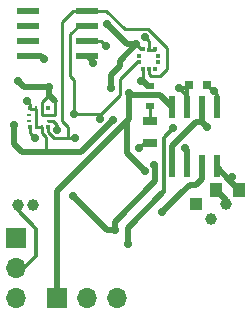
<source format=gtl>
G04 #@! TF.FileFunction,Copper,L1,Top,Signal*
%FSLAX46Y46*%
G04 Gerber Fmt 4.6, Leading zero omitted, Abs format (unit mm)*
G04 Created by KiCad (PCBNEW 4.0.7) date 02/03/18 21:49:53*
%MOMM*%
%LPD*%
G01*
G04 APERTURE LIST*
%ADD10C,0.100000*%
%ADD11R,0.300000X0.400000*%
%ADD12R,0.250000X0.400000*%
%ADD13R,0.400000X0.250000*%
%ADD14R,0.800000X0.600000*%
%ADD15R,0.400000X0.300000*%
%ADD16R,1.300000X0.700000*%
%ADD17R,1.970000X0.600000*%
%ADD18R,1.000000X1.250000*%
%ADD19R,0.800000X0.750000*%
%ADD20R,1.700000X1.700000*%
%ADD21O,1.700000X1.700000*%
%ADD22C,1.000000*%
%ADD23R,1.000000X1.000000*%
%ADD24R,0.600000X1.970000*%
%ADD25C,0.700000*%
%ADD26C,0.250000*%
%ADD27C,0.500000*%
%ADD28C,0.300000*%
G04 APERTURE END LIST*
D10*
D11*
X16213400Y-28953800D03*
D12*
X16753400Y-28948800D03*
X17253400Y-28948800D03*
D11*
X17793400Y-28953800D03*
D13*
X17833400Y-28403800D03*
X17833400Y-27903800D03*
D11*
X17793400Y-27353800D03*
D12*
X17253400Y-27358800D03*
X16753400Y-27358800D03*
D11*
X16213400Y-27353800D03*
D13*
X16173400Y-27903800D03*
X16173400Y-28403800D03*
D14*
X26390000Y-27140000D03*
X26390000Y-25440000D03*
D11*
X25790000Y-24010000D03*
X26300000Y-24000000D03*
X26810000Y-24010000D03*
D15*
X27100000Y-22940000D03*
X27100000Y-23450000D03*
D11*
X26810000Y-22380000D03*
X26300000Y-22400000D03*
X25790000Y-22380000D03*
D15*
X25500000Y-23450000D03*
X25500000Y-22940000D03*
D16*
X26433600Y-28435200D03*
X26433600Y-30335200D03*
D17*
X21065000Y-22915000D03*
X21065000Y-21645000D03*
X21065000Y-20375000D03*
X21065000Y-19105000D03*
X16115000Y-19105000D03*
X16115000Y-20375000D03*
X16115000Y-21645000D03*
X16115000Y-22915000D03*
D18*
X33963600Y-34265200D03*
X31963600Y-34265200D03*
D19*
X31213600Y-25365200D03*
X29713600Y-25365200D03*
D20*
X15063600Y-38365200D03*
D21*
X15063600Y-40905200D03*
X15063600Y-43445200D03*
D22*
X16463600Y-35565200D03*
X15213600Y-35565200D03*
X31533600Y-36735200D03*
X32803600Y-35465200D03*
D23*
X30263600Y-35465200D03*
D24*
X28258600Y-32240200D03*
X29528600Y-32240200D03*
X30798600Y-32240200D03*
X32068600Y-32240200D03*
X32068600Y-27290200D03*
X30798600Y-27290200D03*
X29528600Y-27290200D03*
X28258600Y-27290200D03*
D20*
X18563600Y-43465200D03*
D21*
X21103600Y-43465200D03*
X23643600Y-43465200D03*
D25*
X25963600Y-21365200D03*
X19863600Y-34765200D03*
X23463600Y-37665200D03*
X26763600Y-32165200D03*
X25663600Y-25065200D03*
X15263600Y-25065200D03*
X17863600Y-25565200D03*
X22663600Y-22065200D03*
X33363600Y-33165200D03*
X18563600Y-29165200D03*
X21563600Y-23565200D03*
X20063600Y-29865200D03*
X16663600Y-29865200D03*
X22163600Y-28265200D03*
X19963600Y-27865200D03*
X25463600Y-30765200D03*
X14863600Y-28765200D03*
X23263600Y-28365200D03*
X22763600Y-20265200D03*
X23063600Y-25665200D03*
X15963600Y-26765200D03*
X17463600Y-23165200D03*
X25263600Y-21965200D03*
X25963600Y-32665200D03*
X24663600Y-26065200D03*
X24563600Y-38865200D03*
X28363600Y-29065200D03*
X31863600Y-25865200D03*
X28863600Y-25665200D03*
X27463600Y-36165200D03*
X29363600Y-30765200D03*
X31263600Y-28965200D03*
D26*
X26300000Y-22400000D02*
X26300000Y-21701600D01*
X26300000Y-21701600D02*
X25963600Y-21365200D01*
X17763400Y-27903800D02*
X18325000Y-27903800D01*
D27*
X18363600Y-26765200D02*
X17863600Y-26265200D01*
D26*
X18363600Y-27865200D02*
X18363600Y-26765200D01*
X18325000Y-27903800D02*
X18363600Y-27865200D01*
X17253400Y-26975400D02*
X17253400Y-26875400D01*
X17253400Y-26875400D02*
X17863600Y-26265200D01*
X17253400Y-27393800D02*
X17253400Y-26975400D01*
D27*
X17863600Y-26265200D02*
X17863600Y-25565200D01*
D26*
X17253400Y-27393800D02*
X17253400Y-27855000D01*
X17302200Y-27903800D02*
X17763400Y-27903800D01*
X17253400Y-27855000D02*
X17302200Y-27903800D01*
D27*
X23463600Y-37665200D02*
X22763600Y-37665200D01*
X22763600Y-37665200D02*
X19863600Y-34765200D01*
X23463600Y-36965200D02*
X23463600Y-37665200D01*
X26863600Y-33565200D02*
X23463600Y-36965200D01*
X26863600Y-32265200D02*
X26863600Y-33565200D01*
D26*
X26763600Y-32165200D02*
X26863600Y-32265200D01*
X25663600Y-25065200D02*
X26038400Y-25440000D01*
X26038400Y-25440000D02*
X26390000Y-25440000D01*
D27*
X15263600Y-25065200D02*
X15763600Y-25565200D01*
X15763600Y-25565200D02*
X17863600Y-25565200D01*
D26*
X21065000Y-21645000D02*
X22243400Y-21645000D01*
X22243400Y-21645000D02*
X22663600Y-22065200D01*
X26300000Y-22400000D02*
X26790000Y-22400000D01*
X26790000Y-22400000D02*
X26810000Y-22380000D01*
X25790000Y-24010000D02*
X25790000Y-24840000D01*
X25790000Y-24840000D02*
X26390000Y-25440000D01*
X33113600Y-33415200D02*
X33363600Y-33165200D01*
X32068600Y-32240200D02*
X32068600Y-32370200D01*
D27*
X32068600Y-32370200D02*
X33113600Y-33415200D01*
X33113600Y-33415200D02*
X33963600Y-34265200D01*
D26*
X17763400Y-28403800D02*
X18202200Y-28403800D01*
X18563600Y-28765200D02*
X18563600Y-29165200D01*
X18202200Y-28403800D02*
X18563600Y-28765200D01*
X21065000Y-22915000D02*
X21065000Y-23066600D01*
X21065000Y-23066600D02*
X21563600Y-23565200D01*
X26390000Y-27140000D02*
X26390000Y-28391600D01*
X26390000Y-28391600D02*
X26433600Y-28435200D01*
X27863600Y-22265200D02*
X26363600Y-20765200D01*
X26300000Y-24501600D02*
X26463600Y-24665200D01*
X26463600Y-24665200D02*
X27263600Y-24665200D01*
X27263600Y-24665200D02*
X27863600Y-24065200D01*
X27863600Y-24065200D02*
X27863600Y-22265200D01*
X21065000Y-19105000D02*
X22603400Y-19105000D01*
X26300000Y-24501600D02*
X26300000Y-24000000D01*
X22703400Y-19105000D02*
X22603400Y-19105000D01*
X24263600Y-20665200D02*
X22703400Y-19105000D01*
X26263600Y-20665200D02*
X24263600Y-20665200D01*
X26363600Y-20765200D02*
X26263600Y-20665200D01*
X19463600Y-29865200D02*
X20063600Y-29865200D01*
X21065000Y-19105000D02*
X19923800Y-19105000D01*
X19463600Y-28965200D02*
X19463600Y-29865200D01*
X18963600Y-28465200D02*
X19463600Y-28965200D01*
X18963600Y-20065200D02*
X18963600Y-28465200D01*
X19923800Y-19105000D02*
X18963600Y-20065200D01*
X17753400Y-28913800D02*
X17753400Y-29355000D01*
X18263600Y-29865200D02*
X19463600Y-29865200D01*
X17753400Y-29355000D02*
X18263600Y-29865200D01*
X16253400Y-29455000D02*
X16663600Y-29865200D01*
X16253400Y-29355000D02*
X16253400Y-29455000D01*
X16253400Y-29355000D02*
X16253400Y-28913800D01*
X22263600Y-27865200D02*
X22263600Y-28165200D01*
X22263600Y-28165200D02*
X22163600Y-28265200D01*
X25500000Y-23450000D02*
X25278800Y-23450000D01*
X22263600Y-27865200D02*
X19963600Y-27865200D01*
X23863600Y-26265200D02*
X22263600Y-27865200D01*
X23863600Y-24865200D02*
X23863600Y-26265200D01*
X25278800Y-23450000D02*
X23863600Y-24865200D01*
X19963600Y-27865200D02*
X19963600Y-24965200D01*
X19663600Y-21065200D02*
X20353800Y-20375000D01*
X19663600Y-24665200D02*
X19663600Y-21065200D01*
X19963600Y-24965200D02*
X19663600Y-24665200D01*
X21065000Y-20375000D02*
X20353800Y-20375000D01*
X25463600Y-30765200D02*
X25893600Y-30335200D01*
X25893600Y-30335200D02*
X26433600Y-30335200D01*
X17253400Y-28913800D02*
X17253400Y-29495642D01*
X17563600Y-29805842D02*
X17563600Y-31065200D01*
X17253400Y-29495642D02*
X17563600Y-29805842D01*
D27*
X14863600Y-29265200D02*
X14863600Y-30365200D01*
X14863600Y-30365200D02*
X15563600Y-31065200D01*
X15563600Y-31065200D02*
X16663600Y-31065200D01*
X14863600Y-29265200D02*
X14863600Y-28765200D01*
X17563600Y-31065200D02*
X16663600Y-31065200D01*
X20563600Y-31065200D02*
X17563600Y-31065200D01*
X23263600Y-28365200D02*
X20563600Y-31065200D01*
X25263600Y-21965200D02*
X24463600Y-21965200D01*
X24463600Y-21965200D02*
X22763600Y-20265200D01*
X23863600Y-23365200D02*
X23863600Y-23765200D01*
X23863600Y-23765200D02*
X23063600Y-24565200D01*
X23063600Y-24565200D02*
X23063600Y-25665200D01*
X25263600Y-21965200D02*
X23863600Y-23365200D01*
D26*
X16753400Y-27393800D02*
X16753400Y-28913800D01*
X16753400Y-28913800D02*
X17253400Y-28913800D01*
X16253400Y-27393800D02*
X16753400Y-27393800D01*
X16253400Y-27055000D02*
X16253400Y-27393800D01*
X15963600Y-26765200D02*
X16253400Y-27055000D01*
D27*
X17213400Y-22915000D02*
X16115000Y-22915000D01*
X17463600Y-23165200D02*
X17213400Y-22915000D01*
D26*
X25790000Y-22380000D02*
X25678400Y-22380000D01*
X25678400Y-22380000D02*
X25263600Y-21965200D01*
D27*
X24463600Y-28465200D02*
X24463600Y-31165200D01*
X24463600Y-31165200D02*
X25963600Y-32665200D01*
X24663600Y-26065200D02*
X24663600Y-28265200D01*
X18563600Y-34365200D02*
X18563600Y-43465200D01*
X24663600Y-28265200D02*
X24463600Y-28465200D01*
X24463600Y-28465200D02*
X18563600Y-34365200D01*
D26*
X24663600Y-26065200D02*
X24863600Y-26265200D01*
D27*
X24863600Y-26265200D02*
X27233600Y-26265200D01*
X27233600Y-26265200D02*
X28258600Y-27290200D01*
X32803600Y-35465200D02*
X32803600Y-35105200D01*
X32803600Y-35105200D02*
X31963600Y-34265200D01*
D28*
X27563600Y-31165200D02*
X27563600Y-29865200D01*
X27563600Y-34465200D02*
X27563600Y-31165200D01*
D27*
X24563600Y-38865200D02*
X24563600Y-37465200D01*
D28*
X31863600Y-25865200D02*
X31888600Y-25890200D01*
X31888600Y-26040200D02*
X31888600Y-25890200D01*
D27*
X24563600Y-37465200D02*
X27463600Y-34565200D01*
D26*
X27463600Y-34565200D02*
X27563600Y-34465200D01*
D28*
X27563600Y-29865200D02*
X28363600Y-29065200D01*
X32068600Y-27290200D02*
X32068600Y-26220200D01*
X32068600Y-26220200D02*
X31888600Y-26040200D01*
X31888600Y-26040200D02*
X31213600Y-25365200D01*
X28863600Y-25665200D02*
X29413600Y-25665200D01*
D26*
X29413600Y-25665200D02*
X29713600Y-25365200D01*
D28*
X28863600Y-25665200D02*
X29528600Y-26330200D01*
D26*
X29528600Y-26330200D02*
X29528600Y-27290200D01*
D28*
X29528600Y-27290200D02*
X29528600Y-25550200D01*
D26*
X29528600Y-25550200D02*
X29713600Y-25365200D01*
D27*
X30263600Y-33865200D02*
X29763600Y-33865200D01*
X30263600Y-33865200D02*
X30798600Y-33330200D01*
X30798600Y-32240200D02*
X30798600Y-33330200D01*
X27463600Y-36165200D02*
X29063600Y-34565200D01*
X29763600Y-33865200D02*
X29063600Y-34565200D01*
D26*
X15063600Y-40905200D02*
X15723600Y-40905200D01*
D28*
X15723600Y-40905200D02*
X16763600Y-39865200D01*
X16763600Y-39865200D02*
X16763600Y-37565200D01*
X16763600Y-37565200D02*
X15213600Y-36015200D01*
D26*
X15213600Y-36015200D02*
X15213600Y-35565200D01*
D27*
X29528600Y-32240200D02*
X29528600Y-30930200D01*
D26*
X29528600Y-30930200D02*
X29363600Y-30765200D01*
D27*
X28258600Y-32240200D02*
X28258600Y-30570200D01*
X30328600Y-28500200D02*
X30798600Y-28500200D01*
X28258600Y-30570200D02*
X30328600Y-28500200D01*
X30798600Y-27290200D02*
X30798600Y-28500200D01*
X30798600Y-28500200D02*
X31263600Y-28965200D01*
M02*

</source>
